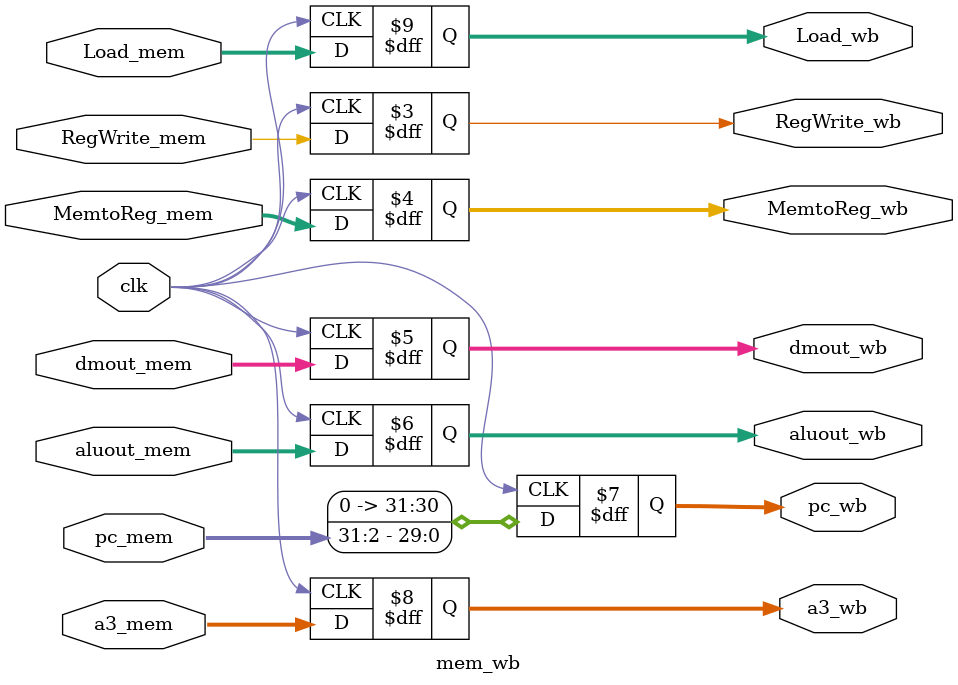
<source format=v>
`timescale 1ns / 1ps
module mem_wb(
	 input clk,
	 input RegWrite_mem,
	 input [1:0] MemtoReg_mem,
	 input [31:0] dmout_mem,
	 input [31:0]aluout_mem,
	 input [4:0] a3_mem,
	 input [31:2] pc_mem,
	 input [2:0]Load_mem,
 /*=========================================================================================================*/
	 output reg RegWrite_wb,
	 output reg [1:0] MemtoReg_wb,
	 output reg [31:0] dmout_wb,aluout_wb,pc_wb,
	 output reg [4:0] a3_wb,
	 output reg [2:0]Load_wb
    );
/*=========================================================================================================*/
	initial
	begin
		RegWrite_wb<=0;
		MemtoReg_wb<=0;
		dmout_wb<=0;
		aluout_wb<=0;
		pc_wb<=0;
		a3_wb<=0;
		Load_wb<=0;
	end
/*=========================================================================================================*/
	always@(posedge clk)
		begin
			RegWrite_wb<=RegWrite_mem;
			MemtoReg_wb<=MemtoReg_mem;
			dmout_wb<=dmout_mem;
			aluout_wb<=aluout_mem;
			pc_wb<=pc_mem;
			a3_wb<=a3_mem;
			Load_wb<=Load_mem;
		end
/*=========================================================================================================*/

/*=========================================================================================================*/

endmodule


</source>
